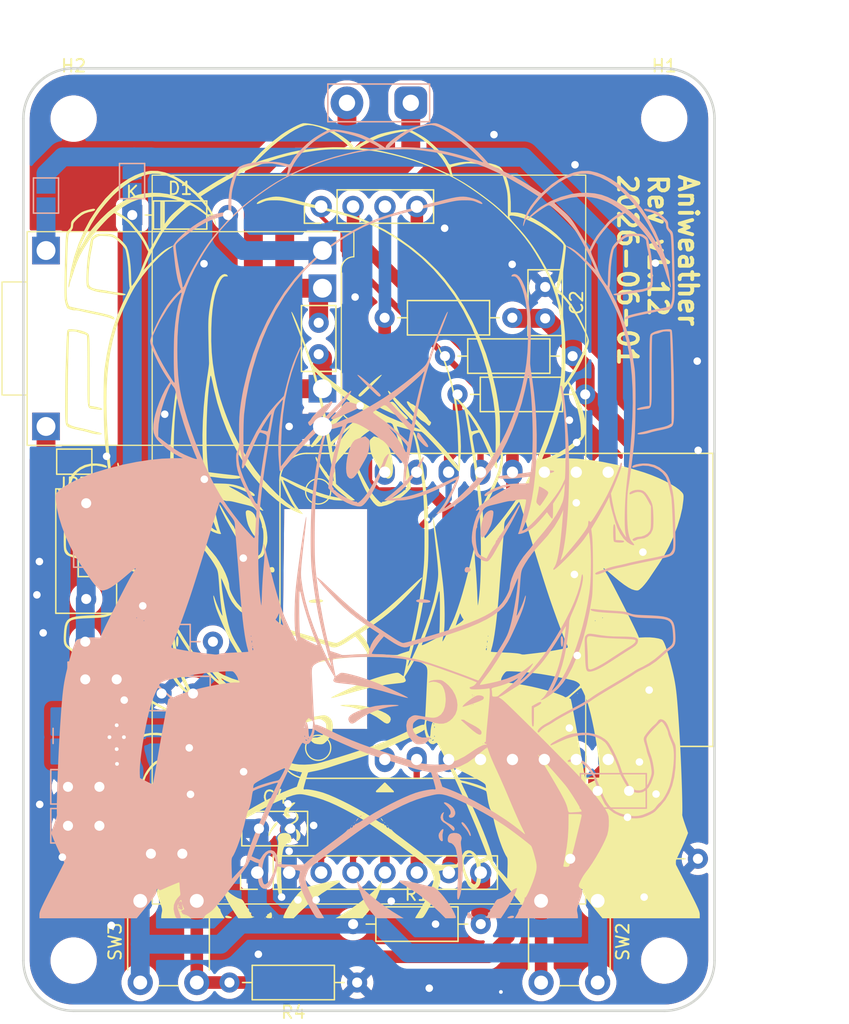
<source format=kicad_pcb>
(kicad_pcb (version 20241129) (generator "pcbnew") (generator_version "8.99")
  (title_block (title "Aniweather") (date "2024-12-06") (rev "v1.12") (company "Cyao") (comment 1 "Anime weather station"))
  (layers (0 "F.Cu" signal) (2 "B.Cu" signal) (13 "F.Paste" user) (15 "B.Paste" user) (5 "F.SilkS" user "F.Silkscreen") (7 "B.SilkS" user "B.Silkscreen") (1 "F.Mask" user) (3 "B.Mask" user) (25 "Edge.Cuts" user))
  (net 0 "")
  (net 1 "Net-(BT1-+)")
  (net 2 "Net-(BT1--)")
  (net 3 "Net-(U1-LED)")
  (net 4 "+3.3V")
  (net 5 "Net-(JP1-A)")
  (net 6 "CS_LCD")
  (net 7 "RESET")
  (net 8 "MOSI")
  (net 9 "SCK")
  (net 10 "SD_CS")
  (net 11 "MISO")
  (net 12 "Net-(JP2-A)")
  (net 13 "AO")
  (net 14 "GND")
  (net 15 "Net-(U2-A4)")
  (net 18 "Net-(D1-A)")
  (net 19 "VBUS")
  (net 20 "Net-(JP3-B)")
  (net 21 "Net-(U2-A5)")
  (net 22 "Net-(U5-L1)")
  (net 23 "Net-(U5-L2)")
  (net 24 "Net-(U5-EN)")
  (net 27 "Net-(D1-K)")
  (footprint "LOGO" (layer "F.Cu") (at 140.25115 96.027339)
    (property "Reference" "G2" (hide yes))
    (property "Value" "LOGO" (hide yes))
  )
  (footprint "Button_Switch_THT:SW_DIP_SPSTx01_Slide_9.78x4.72mm_W7.62mm_P2.54mm" (layer "F.Cu") (at 117.7 98.0325 -90)
    (property "Reference" "SW1" (hide yes))
    (property "Value" "SW_DIP_x01")
    (pad "1" thru_hole rect (at 0 0 270) (size 1.6 1.6) (drill 0.8) (layers "*.Cu" "*.Mask") (net 27 "Net-(D1-K)"))
    (pad "2" thru_hole oval (at 7.62 0 270) (size 1.6 1.6) (drill 0.8) (layers "*.Cu" "*.Mask") (net 5 "Net-(JP1-A)"))
  )
  (footprint "Capacitor_THT:C_Disc_D5.0mm_W2.5mm_P2.50mm" (layer "F.Cu") (at 136.2 83.675 -90)
    (property "Reference" "C3" (hide yes))
    (property "Value" "Tiny")
    (pad "1" thru_hole circle (at 0 0 270) (size 1.6 1.6) (drill 0.8) (layers "*.Cu" "*.Mask") (net 1 "Net-(BT1-+)"))
    (pad "2" thru_hole circle (at 2.5 0 270) (size 1.6 1.6) (drill 0.8) (layers "*.Cu" "*.Mask") (net 2 "Net-(BT1--)"))
  )
  (footprint "Resistor_THT:R_Axial_DIN0207_L6.3mm_D2.5mm_P10.16mm_Horizontal" (layer "F.Cu") (at 147.25 89.375)
    (property "Reference" "R6" (hide yes))
    (property "Value" "10k")
    (pad "1" thru_hole circle (at 0 0) (size 1.6 1.6) (drill 0.8) (layers "*.Cu" "*.Mask") (net 6 "CS_LCD"))
    (pad "2" thru_hole oval (at 10.16 0) (size 1.6 1.6) (drill 0.8) (layers "*.Cu" "*.Mask") (net 4 "+3.3V"))
  )
  (footprint "Resistor_THT:R_Axial_DIN0207_L6.3mm_D2.5mm_P10.16mm_Horizontal" (layer "F.Cu") (at 166.38 126.325 180)
    (property "Reference" "R3" (at 5.08 -2.37 0) (layer "F.SilkS"))
    (property "Value" "100k")
    (pad "1" thru_hole circle (at 0 0 180) (size 1.6 1.6) (drill 0.8) (layers "*.Cu" "*.Mask") (net 14 "GND"))
    (pad "2" thru_hole oval (at 10.16 0 180) (size 1.6 1.6) (drill 0.8) (layers "*.Cu" "*.Mask") (net 21 "Net-(U2-A5)"))
  )
  (footprint "asylum:ST7735" (layer "F.Cu") (at 140.2 100.925)
    (property "Reference" "U1" (hide yes))
    (property "Value" "~")
    (pad "0" thru_hole rect (at -8.885 26.5 90) (size 1.7 1.7) (drill 1) (layers "*.Cu" "*.Mask") (net 4 "+3.3V"))
    (pad "1" thru_hole oval (at -6.345 26.5 90) (size 1.7 1.7) (drill 1) (layers "*.Cu" "*.Mask") (net 14 "GND") (thermal_bridge_width 1.2))
    (pad "2" thru_hole oval (at -3.805 26.5 90) (size 1.7 1.7) (drill 1) (layers "*.Cu" "*.Mask") (net 6 "CS_LCD"))
    (pad "3" thru_hole oval (at -1.265 26.5 90) (size 1.7 1.7) (drill 1) (layers "*.Cu" "*.Mask") (net 7 "RESET"))
    (pad "4" thru_hole oval (at 1.275 26.5 90) (size 1.7 1.7) (drill 1) (layers "*.Cu" "*.Mask") (net 13 "AO"))
    (pad "5" thru_hole oval (at 3.815 26.5 90) (size 1.7 1.7) (drill 1) (layers "*.Cu" "*.Mask") (net 8 "MOSI"))
    (pad "6" thru_hole oval (at 6.355 26.5 90) (size 1.7 1.7) (drill 1) (layers "*.Cu" "*.Mask") (net 9 "SCK"))
    (pad "7" thru_hole oval (at 8.895 26.5 90) (size 1.7 1.7) (drill 1) (layers "*.Cu" "*.Mask") (net 3 "Net-(U1-LED)"))
    (pad "8" thru_hole oval (at -3.805 -26.5 90) (size 1.7 1.7) (drill 1) (layers "*.Cu" "*.Mask") (net 10 "SD_CS"))
    (pad "9" thru_hole oval (at -1.265 -26.5 90) (size 1.7 1.7) (drill 1) (layers "*.Cu" "*.Mask") (net 8 "MOSI"))
    (pad "10" thru_hole oval (at 1.275 -26.5 90) (size 1.7 1.7) (drill 1) (layers "*.Cu" "*.Mask") (net 11 "MISO"))
    (pad "11" thru_hole oval (at 3.815 -26.5 90) (size 1.7 1.7) (drill 1) (layers "*.Cu" "*.Mask") (net 9 "SCK"))
  )
  (footprint "Resistor_THT:R_Axial_DIN0207_L6.3mm_D2.5mm_P10.16mm_Horizontal" (layer "F.Cu") (at 146.25 86.325)
    (property "Reference" "R5" (hide yes))
    (property "Value" "10k")
    (pad "1" thru_hole circle (at 0 0) (size 1.6 1.6) (drill 0.8) (layers "*.Cu" "*.Mask") (net 10 "SD_CS"))
    (pad "2" thru_hole oval (at 10.16 0) (size 1.6 1.6) (drill 0.8) (layers "*.Cu" "*.Mask") (net 4 "+3.3V"))
  )
  (footprint "Jumper:SolderJumper-2_P1.3mm_Open_Pad1.0x1.5mm" (layer "F.Cu") (at 116.75 94.725 180)
    (property "Reference" "JP3" (at 0 -1.8 0) (layer "F.SilkS"))
    (property "Value" "Jumper_2_Open")
    (pad "1" smd rect (at -0.65 0 180) (size 1 1.5) (layers "F.Cu" "F.Mask") (net 14 "GND") (thermal_bridge_width 1))
    (pad "2" smd rect (at 0.65 0 180) (size 1 1.5) (layers "F.Cu" "F.Mask") (net 20 "Net-(JP3-B)"))
  )
  (footprint "Resistor_THT:R_Axial_DIN0207_L6.3mm_D2.5mm_P10.16mm_Horizontal" (layer "F.Cu") (at 138.94 131.525)
    (property "Reference" "R1" (at 5.08 -2.37 0) (layer "F.SilkS"))
    (property "Value" "10")
    (pad "1" thru_hole circle (at 0 0) (size 1.6 1.6) (drill 0.8) (layers "*.Cu" "*.Mask") (net 4 "+3.3V"))
    (pad "2" thru_hole oval (at 10.16 0) (size 1.6 1.6) (drill 0.8) (layers "*.Cu" "*.Mask") (net 3 "Net-(U1-LED)"))
  )
  (footprint "asylum:TP4056" (layer "F.Cu") (at 126 84.925 90)
    (property "Reference" "U3" (hide yes))
    (property "Value" "~")
    (pad "0" thru_hole rect (at 4 10.5 180) (size 2.2 2.2) (drill 1.5) (layers "*.Cu" "*.Mask") (net 1 "Net-(BT1-+)"))
    (pad "1" thru_hole rect (at -4 10.5 180) (size 2.2 2.2) (drill 1.5) (layers "*.Cu" "*.Mask") (net 2 "Net-(BT1--)"))
    (pad "2" thru_hole rect (at 7 10.5 180) (size 2.2 2.2) (drill 1.5) (layers "*.Cu" "*.Mask") (net 18 "Net-(D1-A)"))
    (pad "3" thru_hole rect (at -7 10.5 180) (size 2.2 2.2) (drill 1.5) (layers "*.Cu" "*.Mask") (net 14 "GND") (thermal_bridge_width 2))
    (pad "4" thru_hole rect (at 7 -11.5 180) (size 2.2 2.2) (drill 1.5) (layers "*.Cu" "*.Mask") (net 12 "Net-(JP2-A)"))
    (pad "5" thru_hole rect (at -7 -11.5 180) (size 2.2 2.2) (drill 1.5) (layers "*.Cu" "*.Mask") (net 20 "Net-(JP3-B)"))
  )
  (footprint "MountingHole:MountingHole_3.2mm_M3" (layer "F.Cu") (at 163.7 134.425)
    (property "Reference" "H4" (at 0 -4.2 0) (layer "F.SilkS"))
    (property "Value" "MountingHole")
    (pad "" np_thru_hole circle (at 0 0) (size 3.2 3.2) (drill 3.2) (layers "*.Cu" "*.Mask"))
  )
  (footprint "Diode_THT:D_DO-35_SOD27_P7.62mm_Horizontal" (layer "F.Cu") (at 121.365 75.1)
    (property "Reference" "D1" (at 3.81 -2.12 0) (layer "F.SilkS"))
    (property "Value" "D")
    (fp_text user "K" (at 0 -1.8 0) (layer "F.SilkS"))
    (pad "1" thru_hole rect (at 0 0) (size 1.6 1.6) (drill 0.8) (layers "F&B.Cu" "*.Mask") (net 27 "Net-(D1-K)"))
    (pad "2" thru_hole oval (at 7.62 0) (size 1.6 1.6) (drill 0.8) (layers "F&B.Cu" "*.Mask") (net 18 "Net-(D1-A)"))
  )
  (footprint "asylum:WEMOS_C1_mini" (layer "F.Cu") (at 148.96 106.995 90)
    (property "Reference" "U2" (hide yes))
    (property "Value" "~")
    (pad "0" thru_hole oval (at -11.43 2.66 90) (size 2 1.6) (drill 0.9) (layers "*.Cu" "*.Mask"))
    (pad "1" thru_hole oval (at -11.43 0.12 90) (size 2 1.6) (drill 0.9) (layers "*.Cu" "*.Mask") (net 13 "AO"))
    (pad "2" thru_hole oval (at -11.43 -2.42 90) (size 2 1.6) (drill 0.9) (layers "*.Cu" "*.Mask") (net 11 "MISO"))
    (pad "3" thru_hole oval (at -11.43 -4.96 90) (size 2 1.6) (drill 0.9) (layers "*.Cu" "*.Mask") (net 7 "RESET"))
    (pad "4" thru_hole oval (at -11.43 5.2 90) (size 2 1.6) (drill 0.9) (layers "*.Cu" "*.Mask") (net 15 "Net-(U2-A4)"))
    (pad "5" thru_hole oval (at -11.43 7.74 90) (size 2 1.6) (drill 0.9) (layers "*.Cu" "*.Mask") (net 21 "Net-(U2-A5)"))
    (pad "6" thru_hole oval (at 11.43 5.2 90) (size 2 1.6) (drill 0.9) (layers "*.Cu" "*.Mask") (net 9 "SCK"))
    (pad "7" thru_hole oval (at 11.43 2.66 90) (size 2 1.6) (drill 0.9) (layers "*.Cu" "*.Mask") (net 8 "MOSI"))
    (pad "8" thru_hole oval (at 11.43 0.12 90) (size 2 1.6) (drill 0.9) (layers "*.Cu" "*.Mask") (net 10 "SD_CS"))
    (pad "10" thru_hole oval (at 11.43 -2.42 90) (size 2 1.6) (drill 0.9) (layers "*.Cu" "*.Mask") (net 6 "CS_LCD"))
    (pad "11" thru_hole oval (at -11.43 -7.5 90) (size 2 1.6) (drill 0.9) (layers "*.Cu" "*.Mask"))
    (pad "12" thru_hole oval (at -11.43 10.28 90) (size 2 1.6) (drill 0.9) (layers "*.Cu" "*.Mask") (net 4 "+3.3V"))
    (pad "13" thru_hole oval (at 11.43 7.74 90) (size 2 1.6) (drill 0.9) (layers "*.Cu" "*.Mask") (net 14 "GND") (thermal_bridge_width 1.2))
    (pad "14" thru_hole oval (at 11.43 10.28 90) (size 2 1.6) (drill 0.9) (layers "*.Cu" "*.Mask") (net 19 "VBUS"))
    (pad "20" thru_hole oval (at 11.43 -4.96 90) (size 2 1.6) (drill 0.9) (layers "*.Cu" "*.Mask"))
    (pad "21" thru_hole oval (at 11.43 -7.5 90) (size 2 1.6) (drill 0.9) (layers "*.Cu" "*.Mask"))
    (zone (net 0) (net_name "") (layers "F&B.Cu" "Dwgs.User") (name "No Copper") (connect_pads (clearance 0)) (min_thickness 0.25)
      (keepout (tracks not_allowed) (vias not_allowed) (pads not_allowed) (copperpour not_allowed) (footprints not_allowed))
      (fill (thermal_gap 0.5) (thermal_bridge_width 0.5))
      (polygon (pts (xy 133.26 115.995) (xy 133.46 98.495) (xy 140.06 98.495) (xy 140.06 115.995)))
    )
  )
  (footprint "Capacitor_THT:C_Disc_D5.0mm_W2.5mm_P2.50mm" (layer "F.Cu") (at 154.225 80.825 -90)
    (property "Reference" "C2" (at 1.25 -2.5 90) (layer "F.SilkS"))
    (property "Value" "Tiny")
    (pad "1" thru_hole circle (at 0 0 270) (size 1.6 1.6) (drill 0.8) (layers "*.Cu" "*.Mask") (net 14 "GND"))
    (pad "2" thru_hole circle (at 2.5 0 270) (size 1.6 1.6) (drill 0.8) (layers "*.Cu" "*.Mask") (net 4 "+3.3V"))
  )
  (footprint "Resistor_THT:R_Axial_DIN0207_L6.3mm_D2.5mm_P10.16mm_Horizontal" (layer "F.Cu") (at 141.45 83.275)
    (property "Reference" "R7" (hide yes))
    (property "Value" "10k")
    (pad "1" thru_hole circle (at 0 0) (size 1.6 1.6) (drill 0.8) (layers "*.Cu" "*.Mask") (net 11 "MISO"))
    (pad "2" thru_hole oval (at 10.16 0) (size 1.6 1.6) (drill 0.8) (layers "*.Cu" "*.Mask") (net 4 "+3.3V"))
  )
  (footprint "Button_Switch_THT:SW_PUSH_6mm" (layer "F.Cu") (at 158.4 129.675 -90)
    (property "Reference" "SW2" (at 3.25 -2 90) (layer "F.SilkS"))
    (property "Value" "SW_Push")
    (pad "1" thru_hole circle (at 0 0) (size 2 2) (drill 1.1) (layers "*.Cu" "*.Mask") (net 4 "+3.3V"))
    (pad "1" thru_hole circle (at 6.5 0) (size 2 2) (drill 1.1) (layers "*.Cu" "*.Mask") (net 4 "+3.3V"))
    (pad "2" thru_hole circle (at 0 4.5) (size 2 2) (drill 1.1) (layers "*.Cu" "*.Mask") (net 21 "Net-(U2-A5)"))
    (pad "2" thru_hole circle (at 6.5 4.5) (size 2 2) (drill 1.1) (layers "*.Cu" "*.Mask") (net 21 "Net-(U2-A5)"))
  )
  (footprint "Capacitor_THT:C_Disc_D5.0mm_W2.5mm_P2.50mm" (layer "F.Cu") (at 122.85 125.925)
    (property "Reference" "C1" (at 1.25 -2.5 0) (layer "F.SilkS"))
    (property "Value" "Tiny")
    (pad "1" thru_hole circle (at 0 0) (size 1.6 1.6) (drill 0.8) (layers "*.Cu" "*.Mask") (net 14 "GND"))
    (pad "2" thru_hole circle (at 2.5 0) (size 1.6 1.6) (drill 0.8) (layers "*.Cu" "*.Mask") (net 4 "+3.3V"))
  )
  (footprint "MountingHole:MountingHole_3.2mm_M3" (layer "F.Cu") (at 163.7 67.425)
    (property "Reference" "H1" (at 0 -4.2 0) (layer "F.SilkS"))
    (property "Value" "MountingHole")
    (pad "" np_thru_hole circle (at 0 0) (size 3.2 3.2) (drill 3.2) (layers "*.Cu" "*.Mask"))
  )
  (footprint "Resistor_THT:R_Axial_DIN0207_L6.3mm_D2.5mm_P10.16mm_Horizontal" (layer "F.Cu") (at 139.26 136.175 180)
    (property "Reference" "R4" (at 5.08 -2.37 0) (layer "F.SilkS"))
    (property "Value" "100k")
    (pad "1" thru_hole circle (at 0 0 180) (size 1.6 1.6) (drill 0.8) (layers "*.Cu" "*.Mask") (net 14 "GND"))
    (pad "2" thru_hole oval (at 10.16 0 180) (size 1.6 1.6) (drill 0.8) (layers "*.Cu" "*.Mask") (net 15 "Net-(U2-A4)"))
  )
  (footprint "Capacitor_THT:C_Disc_D5.0mm_W2.5mm_P2.50mm" (layer "F.Cu") (at 131.45 123.925)
    (property "Reference" "C4" (at 1.25 -2.5 0) (layer "F.SilkS"))
    (property "Value" "Tiny")
    (pad "1" thru_hole circle (at 0 0) (size 1.6 1.6) (drill 0.8) (layers "*.Cu" "*.Mask") (net 4 "+3.3V"))
    (pad "2" thru_hole circle (at 2.5 0) (size 1.6 1.6) (drill 0.8) (layers "*.Cu" "*.Mask") (net 14 "GND"))
  )
  (footprint "MountingHole:MountingHole_3.2mm_M3" (layer "F.Cu") (at 116.7 134.425)
    (property "Reference" "H3" (at 0 -4.2 0) (layer "F.SilkS"))
    (property "Value" "MountingHole")
    (pad "" np_thru_hole circle (at 0 0) (size 3.2 3.2) (drill 3.2) (layers "*.Cu" "*.Mask"))
  )
  (footprint "MountingHole:MountingHole_3.2mm_M3" (layer "F.Cu") (at 116.7 67.425)
    (property "Reference" "H2" (at 0 -4.2 0) (layer "F.SilkS"))
    (property "Value" "MountingHole")
    (pad "" np_thru_hole circle (at 0 0) (size 3.2 3.2) (drill 3.2) (layers "*.Cu" "*.Mask"))
  )
  (footprint "Button_Switch_THT:SW_PUSH_6mm" (layer "F.Cu") (at 122 136.175 90)
    (property "Reference" "SW3" (at 3.25 -2 90) (layer "F.SilkS"))
    (property "Value" "SW_Push")
    (pad "1" thru_hole circle (at 0 0 180) (size 2 2) (drill 1.1) (layers "*.Cu" "*.Mask") (net 4 "+3.3V"))
    (pad "1" thru_hole circle (at 6.5 0 180) (size 2 2) (drill 1.1) (layers "*.Cu" "*.Mask") (net 4 "+3.3V"))
    (pad "2" thru_hole circle (at 0 4.5 180) (size 2 2) (drill 1.1) (layers "*.Cu" "*.Mask") (net 15 "Net-(U2-A4)"))
    (pad "2" thru_hole circle (at 6.5 4.5 180) (size 2 2) (drill 1.1) (layers "*.Cu" "*.Mask") (net 15 "Net-(U2-A4)"))
  )
  (footprint "Capacitor_THT:C_Disc_D5.0mm_W2.5mm_P2.50mm" (layer "B.Cu") (at 117.625 112.05)
    (property "Reference" "C6" (at 1.25 2.5 0) (layer "B.SilkS") (effects (justify mirror)))
    (property "Value" "10uF")
    (pad "1" thru_hole circle (at 0 0) (size 1.6 1.6) (drill 0.8) (layers "*.Cu" "*.Mask") (net 5 "Net-(JP1-A)"))
    (pad "2" thru_hole circle (at 2.5 0) (size 1.6 1.6) (drill 0.8) (layers "*.Cu" "*.Mask") (net 14 "GND"))
  )
  (footprint "Capacitor_THT:C_Disc_D5.0mm_W2.5mm_P2.50mm" (layer "B.Cu") (at 158.4 120.925)
    (property "Reference" "C9" (hide yes))
    (property "Value" "Tiny")
    (pad "1" thru_hole circle (at 0 0) (size 1.6 1.6) (drill 0.8) (layers "*.Cu" "*.Mask") (net 4 "+3.3V"))
    (pad "2" thru_hole circle (at 2.5 0) (size 1.6 1.6) (drill 0.8) (layers "*.Cu" "*.Mask") (net 14 "GND"))
  )
  (footprint "Capacitor_THT:C_Disc_D5.0mm_W2.5mm_P2.50mm" (layer "B.Cu") (at 118.75 120.6 180)
    (property "Reference" "C7" (at 1.25 2.5 0) (layer "B.SilkS") (effects (justify mirror)))
    (property "Value" "10uF")
    (pad "1" thru_hole circle (at 0 0 180) (size 1.6 1.6) (drill 0.8) (layers "*.Cu" "*.Mask") (net 4 "+3.3V"))
    (pad "2" thru_hole circle (at 2.5 0 180) (size 1.6 1.6) (drill 0.8) (layers "*.Cu" "*.Mask") (net 14 "GND"))
  )
  (footprint "Inductor_SMD:L_1210_3225Metric" (layer "B.Cu") (at 116.425 116.55 90)
    (property "Reference" "L1" (at 0 2.28 90) (layer "B.SilkS") (effects (justify mirror)))
    (property "Value" "2.2uH")
    (pad "1" smd roundrect (at -1.4 0 90) (size 1.25 2.65) (layers "B.Cu" "B.Mask" "B.Paste") (roundrect_rratio 0.2) (net 23 "Net-(U5-L2)"))
    (pad "2" smd roundrect (at 1.4 0 90) (size 1.25 2.65) (layers "B.Cu" "B.Mask" "B.Paste") (roundrect_rratio 0.2) (net 22 "Net-(U5-L1)"))
  )
  (footprint "TestPoint:TestPoint_2Pads_Pitch5.08mm_Drill1.3mm" (layer "B.Cu") (at 143.53 66.175 180)
    (property "Reference" "BT1" (hide yes))
    (property "Value" "Battery_Cell")
    (pad "1" thru_hole roundrect (at 0 0 180) (size 2.6 2.6) (drill 1.3) (layers "*.Cu" "*.Mask") (net 1 "Net-(BT1-+)"))
    (pad "2" thru_hole circle (at 5.08 0 180) (size 2.6 2.6) (drill 1.3) (layers "*.Cu" "*.Mask") (net 2 "Net-(BT1--)"))
  )
  (footprint "Resistor_THT:R_Axial_DIN0207_L6.3mm_D2.5mm_P10.16mm_Horizontal" (layer "B.Cu") (at 127.785 109.05 180)
    (property "Reference" "R2" (at 5.08 2.37 0) (layer "B.SilkS") (effects (justify mirror)))
    (property "Value" "100")
    (pad "1" thru_hole circle (at 0 0 180) (size 1.6 1.6) (drill 0.8) (layers "*.Cu" "*.Mask") (net 24 "Net-(U5-EN)"))
    (pad "2" thru_hole oval (at 10.16 0 180) (size 1.6 1.6) (drill 0.8) (layers "*.Cu" "*.Mask") (net 5 "Net-(JP1-A)"))
  )
  (footprint "Package_SON:Texas_DRC0010J_ThermalVias" (layer "B.Cu") (at 120.125 116.65)
    (property "Reference" "U5" (at 0.02032 2.7 0) (layer "B.SilkS") (effects (justify mirror)))
    (property "Value" "TPS63001")
    (pad "1" smd roundrect (at -1.4 1) (size 0.6 0.24) (layers "B.Cu" "B.Mask" "B.Paste") (net 4 "+3.3V"))
    (pad "2" smd roundrect (at -1.4 0.5) (size 0.6 0.24) (layers "B.Cu" "B.Mask" "B.Paste") (net 23 "Net-(U5-L2)"))
    (pad "3" smd roundrect (at -1.4 0) (size 0.6 0.24) (layers "B.Cu" "B.Mask" "B.Paste") (net 14 "GND"))
    (pad "4" smd roundrect (at -1.4 -0.5) (size 0.6 0.24) (layers "B.Cu" "B.Mask" "B.Paste") (net 22 "Net-(U5-L1)"))
    (pad "5" smd roundrect (at -1.4 -1) (size 0.6 0.24) (layers "B.Cu" "B.Mask" "B.Paste") (net 5 "Net-(JP1-A)"))
    (pad "6" smd roundrect (at 1.4 -1) (size 0.6 0.24) (layers "B.Cu" "B.Mask" "B.Paste") (net 24 "Net-(U5-EN)"))
    (pad "7" smd roundrect (at 1.4 -0.5) (size 0.6 0.24) (layers "B.Cu" "B.Mask" "B.Paste") (net 24 "Net-(U5-EN)"))
    (pad "8" smd roundrect (at 1.4 0) (size 0.6 0.24) (layers "B.Cu" "B.Mask" "B.Paste") (net 24 "Net-(U5-EN)"))
    (pad "9" smd roundrect (at 1.4 0.5) (size 0.6 0.24) (layers "B.Cu" "B.Mask" "B.Paste") (net 14 "GND"))
    (pad "10" smd roundrect (at 1.4 1) (size 0.6 0.24) (layers "B.Cu" "B.Mask" "B.Paste") (net 4 "+3.3V"))
    (pad "11" thru_hole circle (at -0.575 0) (size 0.6 0.6) (drill 0.3) (layers "*.Cu") (net 14 "GND"))
    (pad "11" thru_hole circle (at 0 -0.95) (size 0.7 0.7) (drill 0.3) (layers "*.Cu") (net 14 "GND"))
    (pad "11" smd custom (at 0 0) (size 1.65 2.4) (layers "B.Cu" "B.Mask") (net 14 "GND") (options (clearance outline) (anchor rect)) (primitives (gr_poly (pts (xy -0.125 1.1) (xy 0.125 1.1) (xy 0.125 1.7) (xy 0.375 1.7) (xy 0.375 -1.7) (xy 0.125 -1.7) (xy 0.125 -1.1) (xy -0.125 -1.1) (xy -0.125 -1.7) (xy -0.375 -1.7) (xy -0.375 1.7) (xy -0.125 1.7)) (width 0) (fill yes))))
    (pad "11" thru_hole circle (at 0 0.95) (size 0.7 0.7) (drill 0.3) (layers "*.Cu") (net 14 "GND"))
    (pad "11" thru_hole circle (at 0.575 0) (size 0.6 0.6) (drill 0.3) (layers "*.Cu") (net 14 "GND"))
  )
  (footprint "Jumper:SolderJumper-2_P1.3mm_Open_Pad1.0x1.5mm" (layer "B.Cu") (at 117.7 101.725 90)
    (property "Reference" "JP1" (at 0 1.8 -90) (layer "B.SilkS") (effects (justify mirror)))
    (property "Value" "Jumper_2_Open")
    (pad "1" smd rect (at -0.65 0 90) (size 1 1.5) (layers "B.Cu" "B.Mask") (net 5 "Net-(JP1-A)"))
    (pad "2" smd rect (at 0.65 0 90) (size 1 1.5) (layers "B.Cu" "B.Mask") (net 27 "Net-(D1-K)"))
  )
  (footprint "Jumper:SolderJumper-2_P1.3mm_Open_Pad1.0x1.5mm" (layer "B.Cu") (at 121.35 72.4 -90)
    (property "Reference" "JP4" (hide yes))
    (property "Value" "Jumper_2_Open")
    (pad "1" smd rect (at -0.65 0 270) (size 1 1.5) (layers "B.Cu" "B.Mask") (net 19 "VBUS"))
    (pad "2" smd rect (at 0.65 0 270) (size 1 1.5) (layers "B.Cu" "B.Mask") (net 27 "Net-(D1-K)"))
  )
  (footprint "Jumper:SolderJumper-2_P1.3mm_Open_Pad1.0x1.5mm" (layer "B.Cu") (at 114.5 73.55 90)
    (property "Reference" "JP2" (hide yes))
    (property "Value" "Jumper_2_Open")
    (pad "1" smd rect (at -0.65 0 90) (size 1 1.5) (layers "B.Cu" "B.Mask") (net 12 "Net-(JP2-A)"))
    (pad "2" smd rect (at 0.65 0 90) (size 1 1.5) (layers "B.Cu" "B.Mask") (net 19 "VBUS"))
  )
  (footprint "LOGO" (layer "B.Cu") (at 140.25115 96.027339 180)
    (property "Reference" "G1" (hide yes))
    (property "Value" "LOGO" (hide yes))
  )
  (footprint "Capacitor_THT:C_Disc_D5.0mm_W2.5mm_P2.50mm" (layer "B.Cu") (at 126.2 113.175 180)
    (property "Reference" "C5" (hide yes))
    (property "Value" "0.1uF")
    (pad "1" thru_hole circle (at 0 0 180) (size 1.6 1.6) (drill 0.8) (layers "*.Cu" "*.Mask") (net 24 "Net-(U5-EN)"))
    (pad "2" thru_hole circle (at 2.5 0 180) (size 1.6 1.6) (drill 0.8) (layers "*.Cu" "*.Mask") (net 14 "GND"))
  )
  (footprint "Capacitor_THT:C_Disc_D5.0mm_W2.5mm_P2.50mm" (layer "B.Cu") (at 118.75 123.7 180)
    (property "Reference" "C8" (at 1.25 2.5 0) (layer "B.SilkS") (effects (justify mirror)))
    (property "Value" "10uF")
    (pad "1" thru_hole circle (at 0 0 180) (size 1.6 1.6) (drill 0.8) (layers "*.Cu" "*.Mask") (net 4 "+3.3V"))
    (pad "2" thru_hole circle (at 2.5 0 180) (size 1.6 1.6) (drill 0.8) (layers "*.Cu" "*.Mask") (net 14 "GND"))
  )
  (gr_line (start 116.7 138.425) (end 163.7 138.425) (stroke (width 0.2)) (layer "Edge.Cuts"))
  (gr_arc (start 112.7 67.425) (mid 113.871573 64.596573) (end 116.7 63.425) (stroke (width 0.2)) (layer "Edge.Cuts"))
  (gr_arc (start 167.7 134.425) (mid 166.528427 137.253427) (end 163.7 138.425) (stroke (width 0.2)) (layer "Edge.Cuts"))
  (gr_line (start 112.7 67.425) (end 112.7 134.425) (stroke (width 0.2)) (layer "Edge.Cuts"))
  (gr_line (start 116.7 63.425) (end 163.7 63.425) (stroke (width 0.2)) (layer "Edge.Cuts"))
  (gr_arc (start 116.7 138.425) (mid 113.871573 137.253427) (end 112.7 134.425) (stroke (width 0.2)) (layer "Edge.Cuts"))
  (gr_line (start 167.7 67.425) (end 167.7 134.425) (stroke (width 0.2)) (layer "Edge.Cuts"))
  (gr_arc (start 163.7 63.425) (mid 166.528427 64.596573) (end 167.7 67.425) (stroke (width 0.2)) (layer "Edge.Cuts"))
  (gr_text "${TITLE} \nRev ${REVISION} \n${CURRENT_DATE}" (at 159.9 71.725 -90) (layer "F.SilkS") (effects (font (size 1.5 1.5) (thickness 0.3) (bold yes)) (justify left bottom)))
  (segment (start 133.5 80.5) (end 133.5 72.5) (width 1.5) (layer "F.Cu") (net 1))
  (segment (start 136.5 80.925) (end 133.925 80.925) (width 1.5) (layer "F.Cu") (net 1))
  (segment (start 136.2 83.675) (end 136.2 81.225) (width 1.5) (layer "F.Cu") (net 1))
  (segment (start 133.925 80.925) (end 133.5 80.5) (width 1.5) (layer "F.Cu") (net 1))
  (segment (start 142.5 71.5) (end 143.53 70.47) (width 1.5) (layer "F.Cu") (net 1))
  (segment (start 136.2 81.225) (end 136.5 80.925) (width 1.5) (layer "F.Cu") (net 1))
  (segment (start 133.5 72.5) (end 134.5 71.5) (width 1.5) (layer "F.Cu") (net 1))
  (segment (start 143.53 70.47) (end 143.53 66.175) (width 1.5) (layer "F.Cu") (net 1))
  (segment (start 134.5 71.5) (end 142.5 71.5) (width 1.5) (layer "F.Cu") (net 1))
  (segment (start 138.45 66.175) (end 138.45 68.55) (width 1.5) (layer "F.Cu") (net 2))
  (segment (start 134 69) (end 131 72) (width 1.5) (layer "F.Cu") (net 2))
  (segment (start 131 86.5) (end 133.425 88.925) (width 1.5) (layer "F.Cu") (net 2))
  (segment (start 133.425 88.925) (end 136.5 88.925) (width 1.5) (layer "F.Cu") (net 2))
  (segment (start 138.45 68.55) (end 138 69) (width 1.5) (layer "F.Cu") (net 2))
  (segment (start 138 69) (end 134 69) (width 1.5) (layer "F.Cu") (net 2))
  (segment (start 136.5 86.475) (end 136.2 86.175) (width 1.5) (layer "F.Cu") (net 2))
  (segment (start 136.5 88.925) (end 136.5 86.475) (width 1.5) (layer "F.Cu") (net 2))
  (segment (start 131 72) (end 131 86.5) (width 1.5) (layer "F.Cu") (net 2))
  (segment (start 149.095 131.52) (end 149.1 131.525) (width 1.5) (layer "F.Cu") (net 3))
  (segment (start 149.095 127.425) (end 149.095 131.52) (width 1.5) (layer "F.Cu") (net 3))
  (segment (start 158.4 120.075) (end 158.4 120.925) (width 1.5) (layer "F.Cu") (net 4))
  (segment (start 156.41 86.325) (end 156.41 85.51) (width 1.5) (layer "F.Cu") (net 4))
  (segment (start 159.24 100.085) (end 161.65 97.675) (width 1.5) (layer "F.Cu") (net 4))
  (segment (start 156.41 85.51) (end 154.225 83.325) (width 1.5) (layer "F.Cu") (net 4))
  (segment (start 161.65 93.615) (end 157.41 89.375) (width 1.5) (layer "F.Cu") (net 4))
  (segment (start 159.24 118.425) (end 159.24 119.235) (width 1.5) (layer "F.Cu") (net 4))
  (segment (start 161.65 97.675) (end 161.65 93.615) (width 1.5) (layer "F.Cu") (net 4))
  (segment (start 159.24 118.425) (end 159.24 100.085) (width 1.5) (layer "F.Cu") (net 4))
  (segment (start 157.41 87.325) (end 156.41 86.325) (width 1.5) (layer "F.Cu") (net 4))
  (segment (start 159.24 119.235) (end 158.4 120.075) (width 1.5) (layer "F.Cu") (net 4))
  (segment (start 157.41 89.375) (end 157.41 87.325) (width 1.5) (layer "F.Cu") (net 4))
  (segment (start 154.225 83.325) (end 151.66 83.325) (width 1.5) (layer "F.Cu") (net 4))
  (segment (start 151.66 83.325) (end 151.61 83.275) (width 1.5) (layer "F.Cu") (net 4))
  (segment (start 158.4 120.925) (end 158.4 129.675) (width 1.5) (layer "F.Cu") (net 4))
  (segment (start 128.4 133.125) (end 122 133.125) (width 1.5) (layer "B.Cu") (net 4))
  (segment (start 121.9 123.7) (end 128.225 123.7) (width 1.5) (layer "B.Cu") (net 4))
  (segment (start 131.45 127.29) (end 131.315 127.425) (width 1) (layer "B.Cu") (net 4))
  (segment (start 131.315 127.425) (end 131.315 127.365) (width 1) (layer "B.Cu") (net 4))
  (segment (start 127.925 124.3) (end 128.375 123.85) (width 1) (layer "B.Cu") (net 4))
  (segment (start 120.225 120.6) (end 121.125 120.6) (width 1.5) (layer "B.Cu") (net 4))
  (segment (start 118.75 120.6) (end 118.75 119.25) (width 1.5) (layer "B.Cu") (net 4))
  (segment (start 158.4 133.825) (end 158.4 129.675) (width 1.5) (layer "B.Cu") (net 4))
  (segment (start 138.94 131.525) (end 132.725 131.525) (width 1.5) (layer "B.Cu") (net 4))
  (segment (start 131.315 130.115) (end 131.315 127.425) (width 1.5) (layer "B.Cu") (net 4))
  (segment (start 118.75 123.7) (end 121.9 123.7) (width 1.5) (layer "B.Cu") (net 4))
  (segment (start 118.75 123.7) (end 118.75 120.6) (width 1.5) (layer "B.Cu") (net 4))
  (segment (start 130 131.525) (end 128.4 133.125) (width 1.5) (layer "B.Cu") (net 4))
  (segment (start 121.5 120.225) (end 121.5 119.225) (width 1.5) (layer "B.Cu") (net 4))
  (segment (start 122 129.825) (end 122 133.125) (width 1.5) (layer "B.Cu") (net 4))
  (segment (start 118.75 120.6) (end 118.8 120.6) (width 1.5) (layer "B.Cu") (net 4))
  (segment (start 122 133.125) (end 122 136.325) (width 1.5) (layer "B.Cu") (net 4))
  (segment (start 118.75 119.25) (end 118.8 119.2) (width 1.5) (layer "B.Cu") (net 4))
  (segment (start 132.725 131.525) (end 131.315 130.115) (width 1.5) (layer "B.Cu") (net 4))
  (segment (start 132.725 131.525) (end 130 131.525) (width 1.5) (layer "B.Cu") (net 4))
  (segment (start 158.4 133.825) (end 158.4 136.175) (width 1.5) (layer "B.Cu") (net 4))
  (segment (start 131.45 123.925) (end 131.45 127.29) (width 1.5) (layer "B.Cu") (net 4))
  (segment (start 121.35 120.375) (end 121.5 120.225) (width 1.5) (layer "B.Cu") (net 4))
  (segment (start 128.225 123.7) (end 128.375 123.85) (width 1.5) (layer "B.Cu") (net 4))
  (segment (start 141 131.525) (end 143.3 133.825) (width 1.5) (layer "B.Cu") (net 4))
  (segment (start 121.125 120.6) (end 121.35 120.375) (width 1.5) (layer "B.Cu") (net 4))
  (segment (start 131.45 123.925) (end 128.45 123.925) (width 1.5) (layer "B.Cu") (net 4))
  (segment (start 118.8 120.6) (end 121.9 123.7) (width 1.5) (layer "B.Cu") (net 4))
  (segment (start 143.3 133.825) (end 158.4 133.825) (width 1.5) (layer "B.Cu") (net 4))
  (segment (start 118.75 120.6) (end 120.225 120.6) (width 1.5) (layer "B.Cu") (net 4))
  (segment (start 128.45 123.925) (end 128.375 123.85) (width 1.5) (layer "B.Cu") (net 4))
  (segment (start 138.94 131.525) (end 141 131.525) (width 1.5) (layer "B.Cu") (net 4))
  (segment (start 117.625 109.05) (end 117.625 105.7275) (width 1.5) (layer "B.Cu") (net 5))
  (segment (start 117.625 105.7275) (end 117.7 105.6525) (width 1.5) (layer "B.Cu") (net 5))
  (segment (start 118.675 113.1) (end 118.675 114.725) (width 1) (layer "B.Cu") (net 5))
  (segment (start 117.7 105.6525) (end 117.7 102.552) (width 1.5) (layer "B.Cu") (net 5))
  (segment (start 117.625 112.05) (end 118.675 113.1) (width 1.5) (layer "B.Cu") (net 5))
  (segment (start 117.625 109.05) (end 117.625 112.05) (width 1.5) (layer "B.Cu") (net 5))
  (segment (start 146.54 95.565) (end 146.54 94.385) (width 0.75) (layer "F.Cu") (net 6))
  (segment (start 146.54 94.385) (end 147.75 93.175) (width 0.75) (layer "F.Cu") (net 6))
  (segment (start 142.45 116.525) (end 140.7 116.525) (width 0.5) (layer "F.Cu") (net 6))
  (segment (start 147.75 93.175) (end 147.75 91.175) (width 0.75) (layer "F.Cu") (net 6))
  (segment (start 139.725 122.9) (end 136.395 126.23) (width 0.5) (layer "F.Cu") (net 6))
  (segment (start 140.7 116.525) (end 139.725 117.5) (width 0.5) (layer "F.Cu") (net 6))
  (segment (start 139.725 117.5) (end 139.725 122.9) (width 0.5) (layer "F.Cu") (net 6))
  (segment (start 144.9 99.325) (end 143.5 100.725) (width 0.5) (layer "F.Cu") (net 6))
  (segment (start 147.25 90.675) (end 147.25 89.375) (width 0.75) (layer "F.Cu") (net 6))
  (segment (start 143.5 115.475) (end 142.45 116.525) (width 0.5) (layer "F.Cu") (net 6))
  (segment (start 136.395 126.23) (end 136.395 127.425) (width 0.5) (layer "F.Cu") (net 6))
  (segment (start 147.75 91.175) (end 147.25 90.675) (width 0.75) (layer "F.Cu") (net 6))
  (segment (start 143.5 100.725) (end 143.5 115.475) (width 0.5) (layer "F.Cu") (net 6))
  (via (at 144.9 99.325) (size 0.6) (drill 0.3) (layers "F.Cu" "B.Cu") (net 6))
  (segment (start 144.9 99.325) (end 146.54 97.685) (width 0.5) (layer "B.Cu") (net 6))
  (segment (start 146.54 97.685) (end 146.54 95.565) (width 0.5) (layer "B.Cu") (net 6))
  (segment (start 138.935 127.425) (end 138.935 126.19) (width 0.5) (layer "F.Cu") (net 7))
  (segment (start 144 121.125) (end 144 118.425) (width 0.5) (layer "F.Cu") (net 7))
  (segment (start 138.935 126.19) (end 144 121.125) (width 0.5) (layer "F.Cu") (net 7))
  (segment (start 138.935 76.66) (end 138.935 74.425) (width 1) (layer "F.Cu") (net 8))
  (segment (start 151.62 95.565) (end 151.62 115.375) (width 1) (layer "F.Cu") (net 8))
  (segment (start 150.35 116.645) (end 150.35 120.625) (width 0.45) (layer "F.Cu") (net 8))
  (segment (start 151.62 89.345) (end 138.935 76.66) (width 1) (layer "F.Cu") (net 8))
  (segment (start 150.3 120.625) (end 148.9 122.025) (width 1) (layer "F.Cu") (net 8))
  (segment (start 147.7 122.025) (end 144.015 125.71) (width 1) (layer "F.Cu") (net 8))
  (segment (start 151.62 95.565) (end 151.62 89.345) (width 1) (layer "F.Cu") (net 8))
  (segment (start 148.9 122.025) (end 147.7 122.025) (width 1) (layer "F.Cu") (net 8))
  (segment (start 151.62 115.375) (end 150.35 116.645) (width 1) (layer "F.Cu") (net 8))
  (segment (start 144.015 125.71) (end 144.015 127.425) (width 1) (layer "F.Cu") (net 8))
  (segment (start 154.16 88.575) (end 144.015 78.43) (width 1) (layer "F.Cu") (net 9))
  (segment (start 154.16 95.565) (end 154.16 88.575) (width 1) (layer "F.Cu") (net 9))
  (segment (start 144.015 78.43) (end 144.015 74.425) (width 1) (layer "F.Cu") (net 9))
  (segment (start 146.555 127.425) (end 146.555 126.67) (width 1) (layer "F.Cu") (net 9))
  (segment (start 154.16 115.665) (end 154.16 95.565) (width 1) (layer "F.Cu") (net 9))
  (segment (start 146.555 126.67) (end 152.9 120.325) (width 1) (layer "F.Cu") (net 9))
  (segment (start 152.9 120.325) (end 152.9 120.225) (width 1) (layer "F.Cu") (net 9))
  (segment (start 152.9 120.225) (end 152.9 116.925) (width 0.45) (layer "F.Cu") (net 9))
  (segment (start 152.9 116.925) (end 154.16 115.665) (width 1) (layer "F.Cu") (net 9))
  (segment (start 136.395 75.22) (end 137.4 76.225) (width 0.3) (layer "F.Cu") (net 10))
  (segment (start 137.9 76.225) (end 138.084 76.409) (width 0.3) (layer "F.Cu") (net 10))
  (segment (start 138.084 77.909) (end 138.3 78.125) (width 0.3) (layer "F.Cu") (net 10))
  (segment (start 138.084 76.409) (end 138.084 77.909) (width 0.3) (layer "F.Cu") (net 10))
  (segment (start 136.395 74.425) (end 136.395 75.22) (width 0.3) (layer "F.Cu") (net 10))
  (segment (start 138.3 78.125) (end 138.3 78.325) (width 0.5) (layer "F.Cu") (net 10))
  (segment (start 138.3 78.325) (end 149.08 89.105) (width 0.5) (layer "F.Cu") (net 10))
  (segment (start 149.08 89.105) (end 149.08 95.565) (width 0.5) (layer "F.Cu") (net 10))
  (segment (start 137.4 76.225) (end 137.9 76.225) (width 0.3) (layer "F.Cu") (net 10))
  (segment (start 140.125 96.552735) (end 139.959 96.386735) (width 1) (layer "F.Cu") (net 11))
  (segment (start 146.54 98.565) (end 146.54 118.425) (width 1) (layer "F.Cu") (net 11))
  (segment (start 139.959 96.386735) (end 139.959 93.366) (width 1) (layer "F.Cu") (net 11))
  (segment (start 143.362265 97.25) (end 142.097735 97.25) (width 1) (layer "F.Cu") (net 11))
  (segment (start 143.378265 97.266) (end 143.362265 97.25) (width 1) (layer "F.Cu") (net 11))
  (segment (start 142.081735 97.266) (end 140.816 97.266) (width 1) (layer "F.Cu") (net 11))
  (segment (start 139.959 93.366) (end 139.9625 93.3625) (width 1) (layer "F.Cu") (net 11))
  (segment (start 144.637735 97.25) (end 144.621735 97.266) (width 1) (layer "F.Cu") (net 11))
  (segment (start 141.45 91.875) (end 139.9625 93.3625) (width 1) (layer "F.Cu") (net 11))
  (segment (start 145.225 97.25) (end 144.637735 97.25) (width 1) (layer "F.Cu") (net 11))
  (segment (start 141.45 83.275) (end 141.45 91.875) (width 1) (layer "F.Cu") (net 11))
  (segment (start 140.125 96.575) (end 140.125 96.552735) (width 1) (layer "F.Cu") (net 11))
  (segment (start 146.54 98.565) (end 145.225 97.25) (width 1) (layer "F.Cu") (net 11))
  (segment (start 142.097735 97.25) (end 142.081735 97.266) (width 1) (layer "F.Cu") (net 11))
  (segment (start 144.621735 97.266) (end 143.378265 97.266) (width 1) (layer "F.Cu") (net 11))
  (segment (start 140.816 97.266) (end 140.125 96.575) (width 1) (layer "F.Cu") (net 11))
  (segment (start 141.475 83.25) (end 141.45 83.275) (width 1) (layer "B.Cu") (net 11))
  (segment (start 141.475 74.425) (end 141.475 83.25) (width 1) (layer "B.Cu") (net 11))
  (segment (start 114.5 77.925) (end 114.5 74.475) (width 1.5) (layer "B.Cu") (net 12))
  (segment (start 141.475 127.425) (end 141.475 125.55) (width 0.75) (layer "F.Cu") (net 13))
  (segment (start 148.5 120.525) (end 149.08 119.945) (width 0.75) (layer "F.Cu") (net 13))
  (segment (start 141.475 125.55) (end 146.5 120.525) (width 0.75) (layer "F.Cu") (net 13))
  (segment (start 149.08 119.945) (end 149.08 118.425) (width 0.75) (layer "F.Cu") (net 13))
  (segment (start 146.5 120.525) (end 148.5 120.525) (width 0.75) (layer "F.Cu") (net 13))
  (segment (start 133.855 124.02) (end 133.95 123.925) (width 1.5) (layer "F.Cu") (net 14))
  (via (at 126 121.2) (size 1) (drill 0.6) (layers "F.Cu" "B.Cu") (net 14))
  (via (at 119.325 94.3) (size 1) (drill 0.6) (layers "F.Cu" "B.Cu") (net 14))
  (via (at 130.2 102.4) (size 1) (drill 0.6) (layers "F.Cu" "B.Cu") (net 14))
  (via (at 125.9 117.5) (size 1) (drill 0.6) (layers "F.Cu" "B.Cu") (net 14))
  (via (at 127.075 78.975) (size 1) (drill 0.6) (layers "F.Cu" "B.Cu") (net 14))
  (via (at 120.725 113.7) (size 1) (drill 0.6) (layers "F.Cu" "B.Cu") (net 14))
  (via (at 114 122) (size 1) (drill 0.6) (layers "F.Cu" "B.Cu") (net 14))
  (via (at 156.55 103.7) (size 1) (drill 0.6) (layers "F.Cu" "B.Cu") (net 14))
  (via (at 166.325 86.725) (size 1) (drill 0.6) (layers "F.Cu" "B.Cu") (net 14))
  (via (at 156.15 115.925) (size 1) (drill 0.6) (layers "F.Cu" "B.Cu") (net 14))
  (via (at 161.725 118.625) (size 1) (drill 0.6) (layers "F.Cu" "B.Cu") (net 14))
  (via (at 162.5 112.9) (size 1) (drill 0.6) (layers "F.Cu" "B.Cu") (net 14))
  (via (at 156.15 91.425) (size 1) (drill 0.6) (layers "F.Cu" "B.Cu") (net 14))
  (via (at 166.4 93.825) (size 1) (drill 0.6) (layers "F.Cu" "B.Cu") (net 14))
  (via (at 133.85 91.925) (size 1) (drill 0.6) (layers "F.Cu" "B.Cu") (net 14))
  (via (at 163.05 121.175) (size 1) (drill 0.6) (layers "F.Cu" "B.Cu") (net 14))
  (via (at 114.275 108.35) (size 1) (drill 0.6) (layers "F.Cu" "B.Cu") (net 14))
  (via (at 139.5 90.275) (size 1) (drill 0.6) (layers "F.Cu" "B.Cu") (net 14))
  (via (at 150.7 136.925) (size 0.6) (drill 0.3) (layers "F.Cu" "B.Cu") (net 14))
  (via (at 130.225 119.4) (size 1) (drill 0.6) (layers "F.Cu" "B.Cu") (net 14))
  (via (at 156.775 110.15) (size 1) (drill 0.6) (layers "F.Cu" "B.Cu") (net 14))
  (via (at 113.975 102.675) (size 1) (drill 0.6) (layers "F.Cu" "B.Cu") (net 14))
  (via (at 156.725 93.2) (size 1) (drill 0.6) (layers "F.Cu" "B.Cu") (net 14))
  (via (at 146.225 76.15) (size 1) (drill 0.6) (layers "F.Cu" "B.Cu") (net 14))
  (via (at 133.85 125.725) (size 1) (drill 0.6) (layers "F.Cu" "B.Cu") (net 14))
  (via (at 156.7 98) (size 1) (drill 0.6) (layers "F.Cu" "B.Cu") (net 14))
  (via (at 119.7 131.625) (size 1) (drill 0.6) (layers "F.Cu" "B.Cu") (net 14))
  (via (at 141.975 129.7) (size 1) (drill 0.6) (layers "F.Cu" "B.Cu") (net 14))
  (via (at 156.6 71.1) (size 1) (drill 0.6) (layers "F.Cu" "B.Cu") (net 14))
  (via (at 163 78.925) (size 1) (drill 0.6) (layers "F.Cu" "B.Cu") (net 14))
  (via (at 123.95 90.95) (size 1) (drill 0.6) (layers "F.Cu" "B.Cu") (net 14))
  (via (at 160.775 123.025) (size 1) (drill 0.6) (layers "F.Cu" "B.Cu") (net 14))
  (via (at 162 101.925) (size 1) (drill 0.6) (layers "F.Cu" "B.Cu") (net 14))
  (via (at 115.8 126.2) (size 1) (drill 0.6) (layers "F.Cu" "B.Cu") (net 14))
  (via (at 113.775 105.325) (size 1) (drill 0.6) (layers "F.Cu" "B.Cu") (net 14))
  (via (at 120.15 118.775) (size 0.6) (drill 0.3) (layers "F.Cu" "B.Cu") (net 14))
  (via (at 150.15 68.7) (size 1) (drill 0.6) (layers "F.Cu" "B.Cu") (net 14))
  (via (at 131.4 133.925) (size 1) (drill 0.6) (layers "F.Cu" "B.Cu") (net 14))
  (via (at 135.8 123.675) (size 1) (drill 0.6) (layers "F.Cu" "B.Cu") (net 14))
  (via (at 122.2 106.2) (size 1) (drill 0.6) (layers "F.Cu" "B.Cu") (net 14))
  (via (at 136 129.6) (size 1) (drill 0.6) (layers "F.Cu" "B.Cu") (net 14))
  (via (at 151.6 79.025) (size 1) (drill 0.6) (layers "F.Cu" "B.Cu") (net 14))
  (via (at 162.1 129.375) (size 1) (drill 0.6) (layers "F.Cu" "B.Cu") (net 14))
  (via (at 134.55 129.6) (size 1) (drill 0.6) (layers "F.Cu" "B.Cu") (net 14))
  (via (at 133.75 121.95) (size 1) (drill 0.6) (layers "F.Cu" "B.Cu") (net 14))
  (via (at 127.1 96.125) (size 1) (drill 0.6) (layers "F.Cu" "B.Cu") (net 14))
  (via (at 139.1 81.625) (size 1) (drill 0.6) (layers "F.Cu" "B.Cu") (net 14))
  (via (at 133.25 129.375) (size 1) (drill 0.6) (layers "F.Cu" "B.Cu") (net 14))
  (via (at 145 136.625) (size 1) (drill 0.6) (layers "F.Cu" "B.Cu") (net 14))
  (via (at 145.5 131.525) (size 1) (drill 0.6) (layers "F.Cu" "B.Cu") (net 14))
  (segment (start 120.125 113.175) (end 120.125 112.05) (width 1) (layer "B.Cu") (net 14))
  (segment (start 116.25 120.6) (end 116.25 123.7) (width 1.5) (layer "B.Cu") (net 14))
  (segment (start 121.25 113.175) (end 120.125 113.175) (width 1) (layer "B.Cu") (net 14))
  (segment (start 120.15 118.775) (end 120.15 117.625) (width 0.75) (layer "B.Cu") (net 14))
  (segment (start 120.125 114.75) (end 120.125 114.3) (width 1) (layer "B.Cu") (net 14))
  (segment (start 120.125 112.05) (end 121.25 113.175) (width 1) (layer "B.Cu") (net 14))
  (segment (start 120.125 114.3) (end 120.125 113.175) (width 1) (layer "B.Cu") (net 14))
  (segment (start 121.525 117.15) (end 120.625 117.15) (width 0.3) (layer "B.Cu") (net 14))
  (segment (start 118.725 116.65) (end 119.55 116.65) (width 0.3) (layer "B.Cu") (net 14))
  (segment (start 123.7 113.175) (end 121.25 113.175) (width 1) (layer "B.Cu") (net 14))
  (segment (start 120.125 116) (end 120.125 114.75) (width 1) (layer "B.Cu") (net 14))
  (segment (start 120.15 117.625) (end 120.125 117.6) (width 0.75) (layer "B.Cu") (net 14))
  (segment (start 121.25 113.175) (end 120.725 113.7) (width 1) (layer "B.Cu") (net 14))
  (segment (start 120.625 117.15) (end 120.125 116.65) (width 0.3) (layer "B.Cu") (net 14))
  (segment (start 120.125 116.65) (end 120.125 116) (width 1) (layer "B.Cu") (net 14))
  (segment (start 120.725 113.7) (end 120.125 114.3) (width 1) (layer "B.Cu") (net 14))
  (segment (start 137.4 134.125) (end 149.7 134.125) (width 1) (layer "F.Cu") (net 15))
  (segment (start 151.3 132.525) (end 151.3 125.725) (width 1) (layer "F.Cu") (net 15))
  (segment (start 154.16 122.865) (end 154.16 118.425) (width 1) (layer "F.Cu") (net 15))
  (segment (start 126.5 136.175) (end 126.5 129.675) (width 1) (layer "F.Cu") (net 15))
  (segment (start 129.1 136.175) (end 135.35 136.175) (width 1) (layer "F.Cu") (net 15))
  (segment (start 126.5 136.175) (end 129.1 136.175) (width 1) (layer "F.Cu") (net 15))
  (segment (start 135.35 136.175) (end 137.4 134.125) (width 1) (layer "F.Cu") (net 15))
  (segment (start 151.3 125.725) (end 154.16 122.865) (width 1) (layer "F.Cu") (net 15))
  (segment (start 149.7 134.125) (end 151.3 132.525) (width 1) (layer "F.Cu") (net 15))
  (segment (start 128.985 75.1) (end 128.985 76.76) (width 1.5) (layer "B.Cu") (net 18))
  (segment (start 128.985 76.76) (end 130.15 77.925) (width 1.5) (layer "B.Cu") (net 18))
  (segment (start 130.15 77.925) (end 136.5 77.925) (width 1.5) (layer "B.Cu") (net 18))
  (segment (start 159.161 90.061) (end 159.161 77.136) (width 1.5) (layer "B.Cu") (net 19))
  (segment (start 152.525 70.5) (end 122.925 70.5) (width 1.5) (layer "B.Cu") (net 19))
  (segment (start 121.501 71.599) (end 121.35 71.599) (width 1.5) (layer "B.Cu") (net 19))
  (segment (start 159.24 90.14) (end 159.161 90.061) (width 1.5) (layer "B.Cu") (net 19))
  (segment (start 121.525 71.575) (end 121.501 71.599) (width 1.5) (layer "B.Cu") (net 19))
  (segment (start 121.525 70.475) (end 121.525 71.575) (width 1.5) (layer "B.Cu") (net 19))
  (segment (start 122.925 70.5) (end 122.9 70.475) (width 1.5) (layer "B.Cu") (net 19))
  (segment (start 159.161 77.136) (end 152.525 70.5) (width 1.5) (layer "B.Cu") (net 19))
  (segment (start 159.24 95.565) (end 159.24 90.14) (width 1.5) (layer "B.Cu") (net 19))
  (segment (start 122.9 70.475) (end 121.525 70.475) (width 1.5) (layer "B.Cu") (net 19))
  (segment (start 115.825 70.475) (end 114.5 71.8) (width 1.5) (layer "B.Cu") (net 19))
  (segment (start 121.525 70.475) (end 115.825 70.475) (width 1.5) (layer "B.Cu") (net 19))
  (segment (start 114.5 71.8) (end 114.5 72.5) (width 1.5) (layer "B.Cu") (net 19))
  (segment (start 114.5 93.825) (end 115.4 94.725) (width 1.5) (layer "F.Cu") (net 20))
  (segment (start 115.4 94.725) (end 115.8 94.725) (width 1.5) (layer "F.Cu") (net 20))
  (segment (start 114.5 91.925) (end 114.5 93.825) (width 1.5) (layer "F.Cu") (net 20))
  (segment (start 156.22 121.005) (end 156.649 120.576) (width 1.5) (layer "F.Cu") (net 21))
  (segment (start 156.649 120.576) (end 156.649 118.476) (width 1.5) (layer "F.Cu") (net 21))
  (segment (start 156.649 118.476) (end 156.7 118.425) (width 1.5) (layer "F.Cu") (net 21))
  (segment (start 156.22 126.325) (end 156.22 127.355) (width 1.5) (layer "F.Cu") (net 21))
  (segment (start 153.9 136.175) (end 153.9 129.675) (width 1) (layer "F.Cu") (net 21))
  (segment (start 156.22 127.355) (end 153.9 129.675) (width 1.5) (layer "F.Cu") (net 21))
  (segment (start 156.22 126.325) (end 156.22 121.005) (width 1.5) (layer "F.Cu") (net 21))
  (segment (start 118.725 116.15) (end 118.225 116.15) (width 0.3) (layer "B.Cu") (net 22))
  (segment (start 118.225 116.15) (end 118.1 116.025) (width 0.3) (layer "B.Cu") (net 22))
  (segment (start 118.175 117.15) (end 118.1 117.225) (width 0.3) (layer "B.Cu") (net 23))
  (segment (start 118.725 117.15) (end 118.175 117.15) (width 0.3) (layer "B.Cu") (net 23))
  (segment (start 121.525 116.65) (end 121.525 116.15) (width 0.3) (layer "B.Cu") (net 24))
  (segment (start 127.785 111.59) (end 126.2 113.175) (width 1) (layer "B.Cu") (net 24))
  (segment (start 121.525 115.65) (end 122.325 115.65) (width 0.3) (layer "B.Cu") (net 24))
  (segment (start 122.325 116.65) (end 121.525 116.65) (width 0.3) (layer "B.Cu") (net 24))
  (segment (start 124.425 116.15) (end 121.656 116.15) (width 1) (layer "B.Cu") (net 24))
  (segment (start 122.325 116.15) (end 122.325 116.65) (width 0.3) (layer "B.Cu") (net 24))
  (segment (start 121.525 116.15) (end 122.325 116.15) (width 0.3) (layer "B.Cu") (net 24))
  (segment (start 121.525 115.65) (end 121.525 116.15) (width 0.3) (layer "B.Cu") (net 24))
  (segment (start 122.325 115.65) (end 122.325 116.15) (width 0.3) (layer "B.Cu") (net 24))
  (segment (start 127.785 109.05) (end 127.785 111.59) (width 1) (layer "B.Cu") (net 24))
  (segment (start 124.425 116.15) (end 122.325 116.15) (width 1) (layer "B.Cu") (net 24))
  (segment (start 126.2 113.175) (end 126.2 114.375) (width 1) (layer "B.Cu") (net 24))
  (segment (start 126.2 114.375) (end 124.425 116.15) (width 1) (layer "B.Cu") (net 24))
  (segment (start 121.365 75.45) (end 121.365 74.125) (width 1.5) (layer "B.Cu") (net 27))
  (segment (start 121.365 75.1) (end 121.365 74.125) (width 1.5) (layer "B.Cu") (net 27))
  (segment (start 121.365 74.125) (end 121.365 73.4) (width 1.5) (layer "B.Cu") (net 27))
  (segment (start 121.365 76.225) (end 121.365 75.1) (width 1.5) (layer "B.Cu") (net 27))
  (segment (start 121.365 95.21) (end 121.365 76.225) (width 1.5) (layer "B.Cu") (net 27))
  (segment (start 121.365 76.225) (end 121.365 75.45) (width 1.5) (layer "B.Cu") (net 27))
  (segment (start 117.7 98.0325) (end 118.5425 98.0325) (width 1.5) (layer "B.Cu") (net 27))
  (segment (start 118.5425 98.0325) (end 121.365 95.21) (width 1.5) (layer "B.Cu") (net 27))
  (segment (start 117.7 98.0325) (end 117.7 100.924) (width 1.5) (layer "B.Cu") (net 27))
  (zone (net 0) (net_name "") (layers "F&B.Cu") (connect_pads (clearance 0)) (min_thickness 0.25)
    (keepout (tracks allowed) (vias allowed) (pads allowed) (copperpour not_allowed) (footprints allowed))
    (fill (thermal_gap 0.5) (thermal_bridge_width 0.7))
    (polygon (pts (xy 112.7 93.425) (xy 112.7 76.425) (xy 120.2 76.425) (xy 120.2 93.425)))
  )
  (zone (net 14) (net_name "GND") (layers "F&B.Cu") (connect_pads (clearance 0.5)) (min_thickness 0.25) (fill yes (thermal_gap 0.5) (thermal_bridge_width 0.7))
    (polygon (pts (xy 167.7 138.425) (xy 167.7 63.425) (xy 112.7 63.425) (xy 112.7 138.425)))
  )
  (zone (net 5) (net_name "Net-(JP1-A)") (layer "B.Cu") (priority 3) (connect_pads yes (clearance 0)) (min_thickness 0.25) (fill yes (thermal_gap 0.5) (thermal_bridge_width 0.7))
    (polygon (pts (xy 118.425 115.775) (xy 118.425 115.525) (xy 118.175 114.55) (xy 119.175 114.55) (xy 119.025 115.525) (xy 119.025 115.775)))
  )
  (zone (net 4) (net_name "+3.3V") (layer "B.Cu") (priority 3) (connect_pads yes (clearance 0)) (min_thickness 0.25) (fill yes (thermal_gap 0.5) (thermal_bridge_width 0.7))
    (polygon (pts (xy 121.829636 117.523702) (xy 121.829636 117.773702) (xy 122.179636 119.023702) (xy 120.879636 118.923702) (xy 121.229636 117.773702) (xy 121.229636 117.523702)))
  )
  (zone (net 4) (net_name "+3.3V") (layer "B.Cu") (priority 3) (connect_pads yes (clearance 0)) (min_thickness 0.25) (fill yes (thermal_gap 0.5) (thermal_bridge_width 0.7))
    (polygon (pts (xy 119.025 117.525) (xy 119.025 117.775) (xy 119.375 119.025) (xy 118.075 118.925) (xy 118.425 117.775) (xy 118.425 117.525)))
  )
  (zone (net 23) (net_name "Net-(U5-L2)") (layer "B.Cu") (priority 2) (connect_pads yes (clearance 0)) (min_thickness 0.25) (fill yes (thermal_gap 0.5) (thermal_bridge_width 0.7))
    (polygon (pts (xy 119.025 117) (xy 119.025 117.275) (xy 118.425 117.275) (xy 118 117.95) (xy 118 118.825) (xy 114.85 118.825) (xy 114.85 116.75) (xy 118.175 116.75) (xy 118.175 117)))
  )
  (zone (net 22) (net_name "Net-(U5-L1)") (layer "B.Cu") (priority 1) (connect_pads yes (clearance 0)) (min_thickness 0.25) (fill yes (thermal_gap 0.5) (thermal_bridge_width 0.7))
    (polygon (pts (xy 119.025 116.275) (xy 118.175 116.275) (xy 118.175 116.55) (xy 114.85 116.55) (xy 114.85 114.275) (xy 118 114.275) (xy 118 115.1) (xy 118.375 115.925) (xy 119.025 115.925)))
  )
  (zone (net 4) (net_name "+3.3V") (layer "B.Cu") (priority 4) (connect_pads (clearance 0)) (min_thickness 0.25) (fill yes (thermal_gap 0.5) (thermal_bridge_width 1))
    (polygon (pts (xy 132.4 128.5) (xy 132.4 123) (xy 124 123) (xy 124.05 124.425) (xy 124.45 126.925) (xy 127.25 128.175)))
  )
)
</source>
